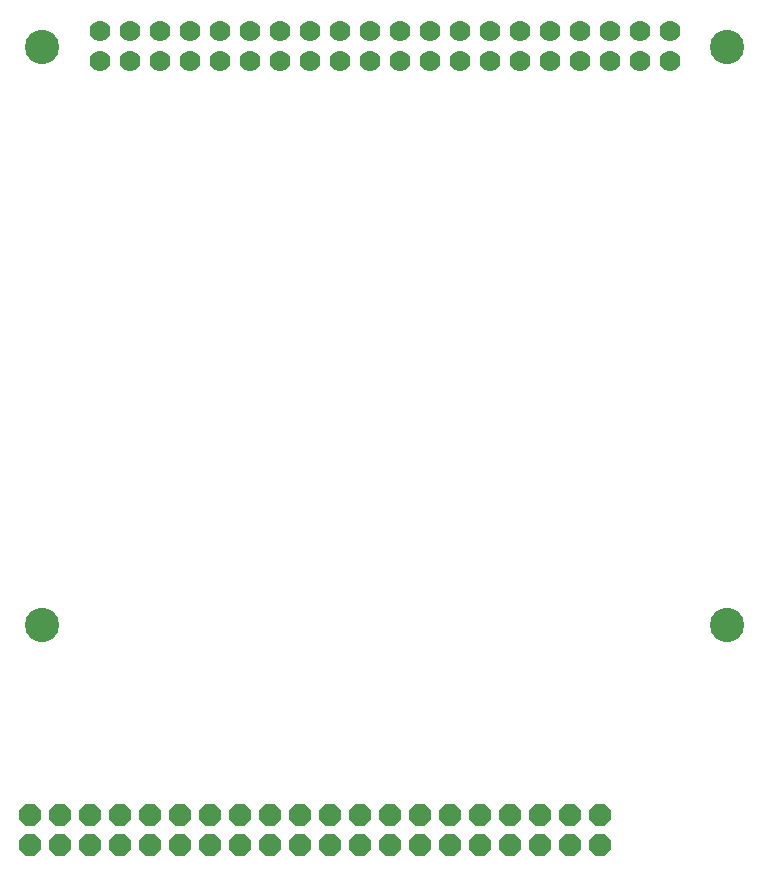
<source format=gbr>
G04 EAGLE Gerber RS-274X export*
G75*
%MOMM*%
%FSLAX34Y34*%
%LPD*%
%INSoldermask Bottom*%
%IPPOS*%
%AMOC8*
5,1,8,0,0,1.08239X$1,22.5*%
G01*
%ADD10C,2.901600*%
%ADD11P,2.034460X8X22.500000*%
%ADD12C,1.778000*%


D10*
X35700Y733200D03*
X615600Y733200D03*
X615600Y243300D03*
X35700Y243300D03*
D11*
X25400Y82550D03*
X25400Y57150D03*
X50800Y82550D03*
X50800Y57150D03*
X76200Y82550D03*
X76200Y57150D03*
X101600Y82550D03*
X101600Y57150D03*
X127000Y82550D03*
X127000Y57150D03*
X152400Y82550D03*
X152400Y57150D03*
X177800Y82550D03*
X177800Y57150D03*
X203200Y82550D03*
X203200Y57150D03*
X228600Y82550D03*
X228600Y57150D03*
X254000Y82550D03*
X254000Y57150D03*
X279400Y82550D03*
X279400Y57150D03*
X304800Y82550D03*
X304800Y57150D03*
X330200Y82550D03*
X330200Y57150D03*
X355600Y82550D03*
X355600Y57150D03*
X381000Y82550D03*
X381000Y57150D03*
X406400Y82550D03*
X406400Y57150D03*
X431800Y82550D03*
X431800Y57150D03*
X457200Y82550D03*
X457200Y57150D03*
X482600Y82550D03*
X482600Y57150D03*
X508000Y82550D03*
X508000Y57150D03*
D12*
X84455Y720590D03*
X84455Y745990D03*
X109855Y720590D03*
X109855Y745990D03*
X135255Y720590D03*
X135255Y745990D03*
X160655Y720590D03*
X160655Y745990D03*
X186055Y720590D03*
X186055Y745990D03*
X211455Y720590D03*
X211455Y745990D03*
X236855Y720590D03*
X236855Y745990D03*
X262255Y720590D03*
X262255Y745990D03*
X287655Y720590D03*
X287655Y745990D03*
X313055Y720590D03*
X313055Y745990D03*
X338455Y720590D03*
X338455Y745990D03*
X363855Y720590D03*
X363855Y745990D03*
X389255Y720590D03*
X389255Y745990D03*
X414655Y720590D03*
X414655Y745990D03*
X440055Y720590D03*
X440055Y745990D03*
X465455Y720590D03*
X465455Y745990D03*
X490855Y720590D03*
X490855Y745990D03*
X516255Y720590D03*
X516255Y745990D03*
X541655Y720590D03*
X541655Y745990D03*
X567055Y720590D03*
X567055Y745990D03*
M02*

</source>
